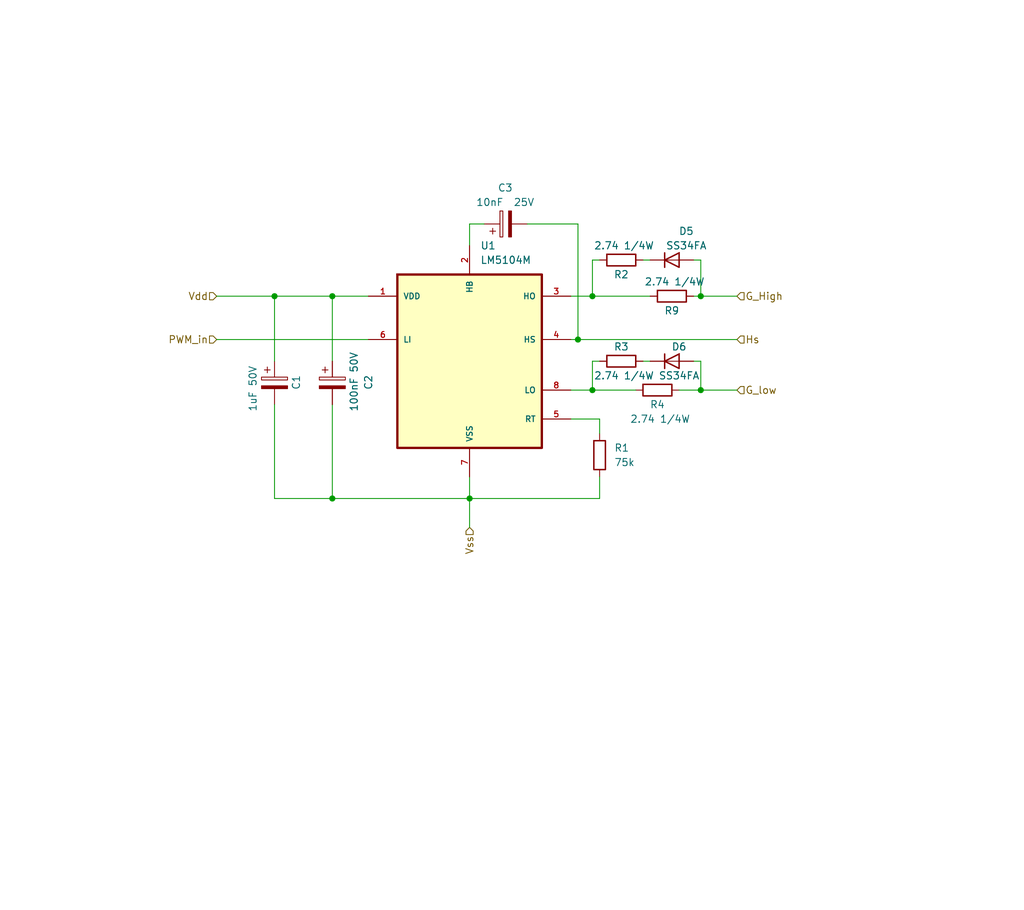
<source format=kicad_sch>
(kicad_sch (version 20211123) (generator eeschema)
  (paper "User" 180.01 159.995)
  (lib_symbols
    (symbol "Device:C_Polarized" (pin_numbers hide) (pin_names (offset 0.254))
      (property "Reference" "C" (at 0.635 2.54 0))
      (property "Value" "C_Polarized" (at 0.635 -2.54 0))
      (symbol "C_Polarized_0_1"
        (rectangle (start -2.286 0.508) (end 2.286 1.016))
        (polyline (pts (xy -1.778 2.286) (xy -0.762 2.286)))
        (polyline (pts (xy -1.27 2.794) (xy -1.27 1.778)))
        (rectangle (start 2.286 -0.508) (end -2.286 -1.016) (fill (type outline)))
      )
      (symbol "C_Polarized_1_1"
        (pin passive line (at 0 3.81 270) (length 2.794) (name "~") (number "1"))
        (pin passive line (at 0 -3.81 90) (length 2.794) (name "~") (number "2"))
      )
    )
    (symbol "Device:D" (pin_numbers hide) (pin_names (offset 1.016) hide)
      (property "Reference" "D" (at 0 2.54 0))
      (property "Value" "D" (at 0 -2.54 0))
      (symbol "D_0_1"
        (polyline (pts (xy -1.27 1.27) (xy -1.27 -1.27)) (stroke (width 0.254)))
        (polyline (pts (xy 1.27 0) (xy -1.27 0)))
        (polyline (pts (xy 1.27 1.27) (xy 1.27 -1.27) (xy -1.27 0) (xy 1.27 1.27)) (stroke (width 0.254)))
      )
      (symbol "D_1_1"
        (pin passive line (at -3.81 0 0) (length 2.54) (name "K") (number "1"))
        (pin passive line (at 3.81 0 180) (length 2.54) (name "A") (number "2"))
      )
    )
    (symbol "Device:R" (pin_numbers hide) (pin_names (offset 0))
      (property "Reference" "R" (at 2.032 0 90))
      (property "Value" "R" (at 0 0 90))
      (symbol "R_0_1"
        (rectangle (start -1.016 -2.54) (end 1.016 2.54) (stroke (width 0.254)))
      )
      (symbol "R_1_1"
        (pin passive line (at 0 3.81 270) (length 1.27) (name "~") (number "1"))
        (pin passive line (at 0 -3.81 90) (length 1.27) (name "~") (number "2"))
      )
    )
    (symbol "LM5104M:LM5104M" (pin_names (offset 1.016))
      (property "Reference" "U1" (at 8.89 20.32 0))
      (property "Value" "LM5104M" (at 8.89 17.78 0))
      (symbol "LM5104M_0_0"
        (rectangle (start -12.7 -15.24) (end 12.7 15.24) (stroke (width 0.4064)) (fill (type background)))
        (pin power_in line (at -17.78 11.43 0) (length 5.08) (name "VDD") (number "1"))
        (pin bidirectional line (at 0 20.32 270) (length 5.08) (name "HB") (number "2"))
        (pin output line (at 17.78 11.43 180) (length 5.08) (name "HO") (number "3"))
        (pin bidirectional line (at 17.78 3.81 180) (length 5.08) (name "HS") (number "4"))
        (pin input line (at 17.78 -10.16 180) (length 5.08) (name "RT") (number "5"))
        (pin input line (at -17.78 3.81 0) (length 5.08) (name "LI") (number "6"))
        (pin power_in line (at 0 -20.32 90) (length 5.08) (name "VSS") (number "7"))
        (pin output line (at 17.78 -5.08 180) (length 5.08) (name "LO") (number "8"))
      )
    )
  )
  (junction (at 104.14 52.07))
  (junction (at 58.42 87.63))
  (junction (at 58.42 52.07))
  (junction (at 104.14 68.58))
  (junction (at 82.55 87.63))
  (junction (at 48.26 52.07))
  (junction (at 123.19 68.58))
  (junction (at 101.6 59.69))
  (junction (at 123.19 52.07))
  (wire (pts (xy 100.33 52.07) (xy 104.14 52.07)))
  (wire (pts (xy 38.1 59.69) (xy 64.77 59.69)))
  (wire (pts (xy 48.26 87.63) (xy 48.26 71.12)))
  (wire (pts (xy 64.77 52.07) (xy 58.42 52.07)))
  (wire (pts (xy 104.14 68.58) (xy 111.76 68.58)))
  (wire (pts (xy 48.26 52.07) (xy 58.42 52.07)))
  (wire (pts (xy 58.42 52.07) (xy 58.42 63.5)))
  (wire (pts (xy 119.38 68.58) (xy 123.19 68.58)))
  (wire (pts (xy 123.19 63.5) (xy 123.19 68.58)))
  (wire (pts (xy 104.14 52.07) (xy 114.3 52.07)))
  (wire (pts (xy 82.55 87.63) (xy 82.55 92.71)))
  (wire (pts (xy 101.6 59.69) (xy 129.54 59.69)))
  (wire (pts (xy 105.41 63.5) (xy 104.14 63.5)))
  (wire (pts (xy 100.33 73.66) (xy 105.41 73.66)))
  (wire (pts (xy 100.33 68.58) (xy 104.14 68.58)))
  (wire (pts (xy 58.42 71.12) (xy 58.42 87.63)))
  (wire (pts (xy 82.55 83.82) (xy 82.55 87.63)))
  (wire (pts (xy 104.14 63.5) (xy 104.14 68.58)))
  (wire (pts (xy 38.1 52.07) (xy 48.26 52.07)))
  (wire (pts (xy 123.19 52.07) (xy 129.54 52.07)))
  (wire (pts (xy 92.71 39.37) (xy 101.6 39.37)))
  (wire (pts (xy 121.92 45.72) (xy 123.19 45.72)))
  (wire (pts (xy 121.92 63.5) (xy 123.19 63.5)))
  (wire (pts (xy 105.41 83.82) (xy 105.41 87.63)))
  (wire (pts (xy 101.6 39.37) (xy 101.6 59.69)))
  (wire (pts (xy 82.55 39.37) (xy 82.55 43.18)))
  (wire (pts (xy 114.3 63.5) (xy 113.03 63.5)))
  (wire (pts (xy 58.42 87.63) (xy 48.26 87.63)))
  (wire (pts (xy 100.33 59.69) (xy 101.6 59.69)))
  (wire (pts (xy 82.55 87.63) (xy 105.41 87.63)))
  (wire (pts (xy 58.42 87.63) (xy 82.55 87.63)))
  (wire (pts (xy 123.19 45.72) (xy 123.19 52.07)))
  (wire (pts (xy 105.41 73.66) (xy 105.41 76.2)))
  (wire (pts (xy 82.55 39.37) (xy 85.09 39.37)))
  (wire (pts (xy 121.92 52.07) (xy 123.19 52.07)))
  (wire (pts (xy 48.26 63.5) (xy 48.26 52.07)))
  (wire (pts (xy 104.14 45.72) (xy 104.14 52.07)))
  (wire (pts (xy 123.19 68.58) (xy 129.54 68.58)))
  (wire (pts (xy 105.41 45.72) (xy 104.14 45.72)))
  (wire (pts (xy 114.3 45.72) (xy 113.03 45.72)))
  (hierarchical_label "Vss" (shape input) (at 82.55 92.71 270))
  (hierarchical_label "Hs" (shape input) (at 129.54 59.69 0))
  (hierarchical_label "G_low" (shape input) (at 129.54 68.58 0))
  (hierarchical_label "Vdd" (shape input) (at 38.1 52.07 180))
  (hierarchical_label "PWM_in" (shape input) (at 38.1 59.69 180))
  (hierarchical_label "G_High" (shape input) (at 129.54 52.07 0))
  (symbol (lib_id "Device:C_Polarized") (at 58.42 67.31 0)
    (property "Reference" "C2" (at 64.77 68.58 90) (effects (justify left)))
    (property "Value" "100nF 50V" (at 62.23 72.39 90) (effects (justify left)))
    (property "Footprint" "Capacitor_SMD:C_0603_1608Metric_Pad1.08x0.95mm_HandSolder" (effects hide))
  )
  (symbol (lib_id "Device:R") (at 105.41 80.01 0)
    (property "Reference" "R1" (at 107.95 78.7399 0) (effects (justify left)))
    (property "Value" "75k" (at 107.95 81.2799 0) (effects (justify left)))
    (property "Footprint" "Resistor_SMD:R_0805_2012Metric_Pad1.20x1.40mm_HandSolder" (effects hide))
  )
  (symbol (lib_id "Device:C_Polarized") (at 48.26 67.31 0)
    (property "Reference" "C1" (at 52.07 68.58 90) (effects (justify left)))
    (property "Value" "1uF 50V" (at 44.45 72.39 90) (effects (justify left)))
    (property "Footprint" "Capacitor_SMD:C_Elec_4x5.4" (effects hide))
  )
  (symbol (lib_id "Device:R") (at 109.22 63.5 90)
    (property "Reference" "R3" (at 109.22 60.96 90))
    (property "Value" " 2.74 1{slash}4W" (at 109.22 66.04 90))
    (property "Footprint" "Resistor_SMD:R_1206_3216Metric_Pad1.30x1.75mm_HandSolder" (effects hide))
  )
  (symbol (lib_id "Device:D") (at 118.11 63.5 0)
    (property "Reference" "D6" (at 119.38 60.96 0))
    (property "Value" "SS34FA" (at 119.38 66.04 0))
    (property "Footprint" "Diode_SMD:D_SOD-123" (effects hide))
    (property "Datasheet" "https://www.sigmaelectronica.net/wp-content/uploads/2020/09/SS36FA_D-1658868.pdf" (effects hide))
  )
  (symbol (lib_id "Device:R") (at 115.57 68.58 90)
    (property "Reference" "R4" (at 115.57 71.12 90))
    (property "Value" " 2.74 1{slash}4W" (at 115.57 73.66 90))
    (property "Footprint" "Resistor_SMD:R_1206_3216Metric_Pad1.30x1.75mm_HandSolder" (effects hide))
  )
  (symbol (lib_id "Device:C_Polarized") (at 88.9 39.37 90)
    (property "Reference" "C3" (at 90.17 33.02 90) (effects (justify left)))
    (property "Value" "10nF  25V" (at 93.98 35.56 90) (effects (justify left)))
    (property "Footprint" "Capacitor_SMD:C_0805_2012Metric_Pad1.18x1.45mm_HandSolder" (effects hide))
  )
  (symbol (lib_id "Device:R") (at 109.22 45.72 90)
    (property "Reference" "R2" (at 109.22 48.26 90))
    (property "Value" " 2.74 1{slash}4W" (at 109.22 43.18 90))
    (property "Footprint" "Resistor_SMD:R_1206_3216Metric_Pad1.30x1.75mm_HandSolder" (effects hide))
  )
  (symbol (lib_id "Device:D") (at 118.11 45.72 0)
    (property "Reference" "D5" (at 120.65 40.64 0))
    (property "Value" "SS34FA" (at 120.65 43.18 0))
    (property "Footprint" "Diode_SMD:D_SOD-123" (effects hide))
    (property "Datasheet" "https://www.sigmaelectronica.net/wp-content/uploads/2020/09/SS36FA_D-1658868.pdf" (effects hide))
  )
  (symbol (lib_id "Device:R") (at 118.11 52.07 90)
    (property "Reference" "R9" (at 118.11 54.61 90))
    (property "Value" " 2.74 1{slash}4W" (at 118.11 49.53 90))
    (property "Footprint" "Resistor_SMD:R_1206_3216Metric_Pad1.30x1.75mm_HandSolder" (effects hide))
  )
  (symbol (lib_id "LM5104M:LM5104M") (at 82.55 63.5 0)
    (property "Reference" "U1" (at 84.4297 43.18 0) (effects (justify left)))
    (property "Value" "LM5104M" (at 84.4297 45.72 0) (effects (justify left)))
    (property "Footprint" "Package_SO:SOIC-8_3.9x4.9mm_P1.27mm" (effects hide))
    (property "Datasheet" "https://www.ti.com/lit/ds/symlink/lm5104.pdf?ts=1652139715416&ref_url=https%253A%252F%252Fwww.ti.com%252Fproduct%252FLM5104%253FkeyMatch%253DLM5104%2526tisearch%253Dsearch-everything%2526usecase%253DGPN" (effects hide))
  )
)
</source>
